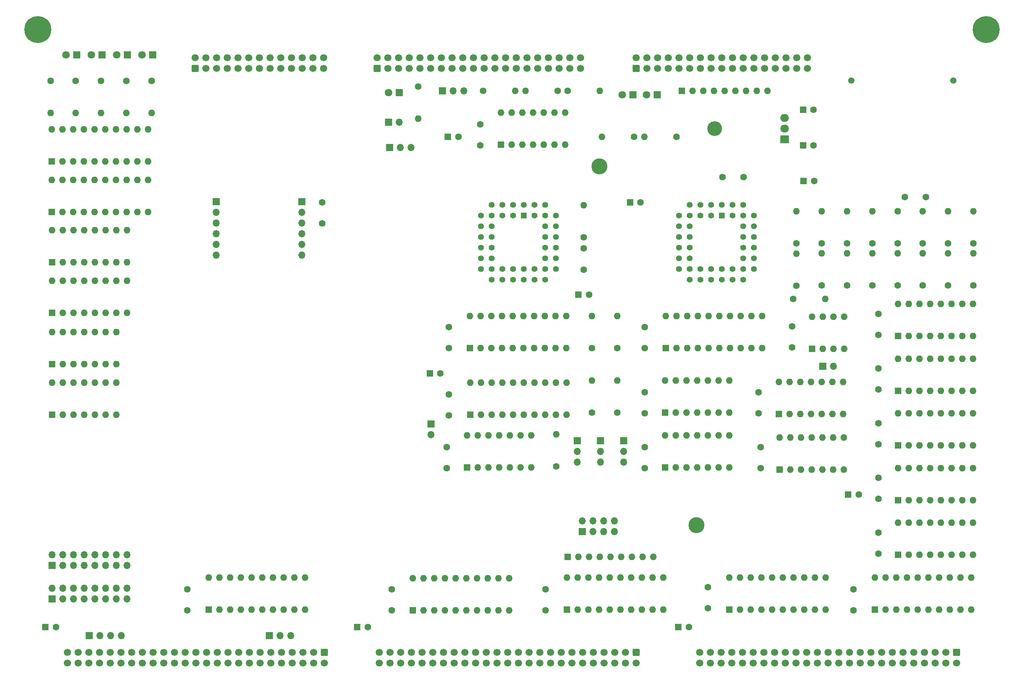
<source format=gbr>
%TF.GenerationSoftware,KiCad,Pcbnew,(6.0.11)*%
%TF.CreationDate,2023-11-10T06:37:52-05:00*%
%TF.ProjectId,input-output.Disk,696e7075-742d-46f7-9574-7075742e4469,rev?*%
%TF.SameCoordinates,Original*%
%TF.FileFunction,Soldermask,Bot*%
%TF.FilePolarity,Negative*%
%FSLAX46Y46*%
G04 Gerber Fmt 4.6, Leading zero omitted, Abs format (unit mm)*
G04 Created by KiCad (PCBNEW (6.0.11)) date 2023-11-10 06:37:52*
%MOMM*%
%LPD*%
G01*
G04 APERTURE LIST*
G04 Aperture macros list*
%AMRoundRect*
0 Rectangle with rounded corners*
0 $1 Rounding radius*
0 $2 $3 $4 $5 $6 $7 $8 $9 X,Y pos of 4 corners*
0 Add a 4 corners polygon primitive as box body*
4,1,4,$2,$3,$4,$5,$6,$7,$8,$9,$2,$3,0*
0 Add four circle primitives for the rounded corners*
1,1,$1+$1,$2,$3*
1,1,$1+$1,$4,$5*
1,1,$1+$1,$6,$7*
1,1,$1+$1,$8,$9*
0 Add four rect primitives between the rounded corners*
20,1,$1+$1,$2,$3,$4,$5,0*
20,1,$1+$1,$4,$5,$6,$7,0*
20,1,$1+$1,$6,$7,$8,$9,0*
20,1,$1+$1,$8,$9,$2,$3,0*%
G04 Aperture macros list end*
%ADD10C,6.400000*%
%ADD11RoundRect,0.250000X-0.600000X0.600000X-0.600000X-0.600000X0.600000X-0.600000X0.600000X0.600000X0*%
%ADD12C,1.700000*%
%ADD13C,1.600000*%
%ADD14R,1.600000X1.600000*%
%ADD15O,1.600000X1.600000*%
%ADD16R,1.422400X1.422400*%
%ADD17C,1.422400*%
%ADD18O,3.500000X3.500000*%
%ADD19R,2.000000X1.905000*%
%ADD20O,2.000000X1.905000*%
%ADD21R,1.800000X1.800000*%
%ADD22C,1.800000*%
%ADD23C,1.500000*%
%ADD24R,1.700000X1.700000*%
%ADD25O,1.700000X1.700000*%
%ADD26RoundRect,0.250000X0.600000X-0.600000X0.600000X0.600000X-0.600000X0.600000X-0.600000X-0.600000X0*%
%ADD27C,3.800000*%
G04 APERTURE END LIST*
D10*
%TO.C,H2*%
X265000000Y-75000000D03*
%TD*%
%TO.C,H1*%
X40000000Y-75000000D03*
%TD*%
D11*
%TO.C,P2*%
X182000000Y-223000000D03*
D12*
X182000000Y-225540000D03*
X179460000Y-223000000D03*
X179460000Y-225540000D03*
X176920000Y-223000000D03*
X176920000Y-225540000D03*
X174380000Y-223000000D03*
X174380000Y-225540000D03*
X171840000Y-223000000D03*
X171840000Y-225540000D03*
X169300000Y-223000000D03*
X169300000Y-225540000D03*
X166760000Y-223000000D03*
X166760000Y-225540000D03*
X164220000Y-223000000D03*
X164220000Y-225540000D03*
X161680000Y-223000000D03*
X161680000Y-225540000D03*
X159140000Y-223000000D03*
X159140000Y-225540000D03*
X156600000Y-223000000D03*
X156600000Y-225540000D03*
X154060000Y-223000000D03*
X154060000Y-225540000D03*
X151520000Y-223000000D03*
X151520000Y-225540000D03*
X148980000Y-223000000D03*
X148980000Y-225540000D03*
X146440000Y-223000000D03*
X146440000Y-225540000D03*
X143900000Y-223000000D03*
X143900000Y-225540000D03*
X141360000Y-223000000D03*
X141360000Y-225540000D03*
X138820000Y-223000000D03*
X138820000Y-225540000D03*
X136280000Y-223000000D03*
X136280000Y-225540000D03*
X133740000Y-223000000D03*
X133740000Y-225540000D03*
X131200000Y-223000000D03*
X131200000Y-225540000D03*
X128660000Y-223000000D03*
X128660000Y-225540000D03*
X126120000Y-223000000D03*
X126120000Y-225540000D03*
X123580000Y-223000000D03*
X123580000Y-225540000D03*
X121040000Y-223000000D03*
X121040000Y-225540000D03*
%TD*%
D11*
%TO.C,P3*%
X258000000Y-223000000D03*
D12*
X258000000Y-225540000D03*
X255460000Y-223000000D03*
X255460000Y-225540000D03*
X252920000Y-223000000D03*
X252920000Y-225540000D03*
X250380000Y-223000000D03*
X250380000Y-225540000D03*
X247840000Y-223000000D03*
X247840000Y-225540000D03*
X245300000Y-223000000D03*
X245300000Y-225540000D03*
X242760000Y-223000000D03*
X242760000Y-225540000D03*
X240220000Y-223000000D03*
X240220000Y-225540000D03*
X237680000Y-223000000D03*
X237680000Y-225540000D03*
X235140000Y-223000000D03*
X235140000Y-225540000D03*
X232600000Y-223000000D03*
X232600000Y-225540000D03*
X230060000Y-223000000D03*
X230060000Y-225540000D03*
X227520000Y-223000000D03*
X227520000Y-225540000D03*
X224980000Y-223000000D03*
X224980000Y-225540000D03*
X222440000Y-223000000D03*
X222440000Y-225540000D03*
X219900000Y-223000000D03*
X219900000Y-225540000D03*
X217360000Y-223000000D03*
X217360000Y-225540000D03*
X214820000Y-223000000D03*
X214820000Y-225540000D03*
X212280000Y-223000000D03*
X212280000Y-225540000D03*
X209740000Y-223000000D03*
X209740000Y-225540000D03*
X207200000Y-223000000D03*
X207200000Y-225540000D03*
X204660000Y-223000000D03*
X204660000Y-225540000D03*
X202120000Y-223000000D03*
X202120000Y-225540000D03*
X199580000Y-223000000D03*
X199580000Y-225540000D03*
X197040000Y-223000000D03*
X197040000Y-225540000D03*
%TD*%
D11*
%TO.C,P1*%
X108000000Y-223000000D03*
D12*
X108000000Y-225540000D03*
X105460000Y-223000000D03*
X105460000Y-225540000D03*
X102920000Y-223000000D03*
X102920000Y-225540000D03*
X100380000Y-223000000D03*
X100380000Y-225540000D03*
X97840000Y-223000000D03*
X97840000Y-225540000D03*
X95300000Y-223000000D03*
X95300000Y-225540000D03*
X92760000Y-223000000D03*
X92760000Y-225540000D03*
X90220000Y-223000000D03*
X90220000Y-225540000D03*
X87680000Y-223000000D03*
X87680000Y-225540000D03*
X85140000Y-223000000D03*
X85140000Y-225540000D03*
X82600000Y-223000000D03*
X82600000Y-225540000D03*
X80060000Y-223000000D03*
X80060000Y-225540000D03*
X77520000Y-223000000D03*
X77520000Y-225540000D03*
X74980000Y-223000000D03*
X74980000Y-225540000D03*
X72440000Y-223000000D03*
X72440000Y-225540000D03*
X69900000Y-223000000D03*
X69900000Y-225540000D03*
X67360000Y-223000000D03*
X67360000Y-225540000D03*
X64820000Y-223000000D03*
X64820000Y-225540000D03*
X62280000Y-223000000D03*
X62280000Y-225540000D03*
X59740000Y-223000000D03*
X59740000Y-225540000D03*
X57200000Y-223000000D03*
X57200000Y-225540000D03*
X54660000Y-223000000D03*
X54660000Y-225540000D03*
X52120000Y-223000000D03*
X52120000Y-225540000D03*
X49580000Y-223000000D03*
X49580000Y-225540000D03*
X47040000Y-223000000D03*
X47040000Y-225540000D03*
%TD*%
D13*
%TO.C,C16*%
X137500000Y-161690000D03*
X137500000Y-166690000D03*
%TD*%
D14*
%TO.C,RP1*%
X192825000Y-89500000D03*
D15*
X195365000Y-89500000D03*
X197905000Y-89500000D03*
X200445000Y-89500000D03*
X202985000Y-89500000D03*
X205525000Y-89500000D03*
X208065000Y-89500000D03*
X210605000Y-89500000D03*
X213145000Y-89500000D03*
%TD*%
D16*
%TO.C,U8*%
X202270000Y-119150000D03*
D17*
X199730000Y-116610000D03*
X199730000Y-119150000D03*
X197190000Y-116610000D03*
X197190000Y-119150000D03*
X194650000Y-116610000D03*
X192110000Y-119150000D03*
X194650000Y-119150000D03*
X192110000Y-121690000D03*
X194650000Y-121690000D03*
X192110000Y-124230000D03*
X194650000Y-124230000D03*
X192110000Y-126770000D03*
X194650000Y-126770000D03*
X192110000Y-129310000D03*
X194650000Y-129310000D03*
X192110000Y-131850000D03*
X194650000Y-134390000D03*
X194650000Y-131850000D03*
X197190000Y-134390000D03*
X197190000Y-131850000D03*
X199730000Y-134390000D03*
X199730000Y-131850000D03*
X202270000Y-134390000D03*
X202270000Y-131850000D03*
X204810000Y-134390000D03*
X204810000Y-131850000D03*
X207350000Y-134390000D03*
X209890000Y-131850000D03*
X207350000Y-131850000D03*
X209890000Y-129310000D03*
X207350000Y-129310000D03*
X209890000Y-126770000D03*
X207350000Y-126770000D03*
X209890000Y-124230000D03*
X207350000Y-124230000D03*
X209890000Y-121690000D03*
X207350000Y-121690000D03*
X209890000Y-119150000D03*
X207350000Y-116610000D03*
X207350000Y-119150000D03*
X204810000Y-116610000D03*
X204810000Y-119150000D03*
X202270000Y-116610000D03*
%TD*%
D14*
%TO.C,U25*%
X244125000Y-173800000D03*
D15*
X246665000Y-173800000D03*
X249205000Y-173800000D03*
X251745000Y-173800000D03*
X254285000Y-173800000D03*
X256825000Y-173800000D03*
X259365000Y-173800000D03*
X261905000Y-173800000D03*
X261905000Y-166180000D03*
X259365000Y-166180000D03*
X256825000Y-166180000D03*
X254285000Y-166180000D03*
X251745000Y-166180000D03*
X249205000Y-166180000D03*
X246665000Y-166180000D03*
X244125000Y-166180000D03*
%TD*%
D13*
%TO.C,R40*%
X226000000Y-135750000D03*
D15*
X226000000Y-128130000D03*
%TD*%
D18*
%TO.C,U20*%
X200570000Y-98500000D03*
D19*
X217230000Y-101040000D03*
D20*
X217230000Y-98500000D03*
X217230000Y-95960000D03*
%TD*%
D14*
%TO.C,J2*%
X43375000Y-130300000D03*
D15*
X45915000Y-130300000D03*
X48455000Y-130300000D03*
X50995000Y-130300000D03*
X53535000Y-130300000D03*
X56075000Y-130300000D03*
X58615000Y-130300000D03*
X61155000Y-130300000D03*
X61155000Y-122680000D03*
X58615000Y-122680000D03*
X56075000Y-122680000D03*
X53535000Y-122680000D03*
X50995000Y-122680000D03*
X48455000Y-122680000D03*
X45915000Y-122680000D03*
X43375000Y-122680000D03*
%TD*%
D13*
%TO.C,R6*%
X145690000Y-89500000D03*
D15*
X153310000Y-89500000D03*
%TD*%
D14*
%TO.C,C22*%
X115794900Y-217000000D03*
D13*
X118294900Y-217000000D03*
%TD*%
%TO.C,C10*%
X137500000Y-145690000D03*
X137500000Y-150690000D03*
%TD*%
D21*
%TO.C,D1*%
X49250000Y-80950000D03*
D22*
X46710000Y-80950000D03*
%TD*%
D23*
%TO.C,J12*%
X233050000Y-87100000D03*
X257250000Y-87100000D03*
%TD*%
D13*
%TO.C,C14*%
X160500000Y-208000000D03*
X160500000Y-213000000D03*
%TD*%
%TO.C,R44*%
X244000000Y-135750000D03*
D15*
X244000000Y-128130000D03*
%TD*%
D13*
%TO.C,R29*%
X220000000Y-135810000D03*
D15*
X220000000Y-128190000D03*
%TD*%
D21*
%TO.C,D4*%
X55250000Y-80950000D03*
D22*
X52710000Y-80950000D03*
%TD*%
D14*
%TO.C,C20*%
X192000000Y-217000000D03*
D13*
X194500000Y-217000000D03*
%TD*%
D24*
%TO.C,U31*%
X82340000Y-115900000D03*
D25*
X82340000Y-118440000D03*
X82340000Y-120980000D03*
X82340000Y-123520000D03*
X82340000Y-126060000D03*
X82340000Y-128600000D03*
D24*
X102660000Y-115880000D03*
D25*
X102660000Y-118420000D03*
X102660000Y-120960000D03*
X102660000Y-123500000D03*
X102660000Y-126040000D03*
X102660000Y-128580000D03*
%TD*%
D13*
%TO.C,C7*%
X239500000Y-168500000D03*
X239500000Y-173500000D03*
%TD*%
D14*
%TO.C,C27*%
X137294900Y-100500000D03*
D13*
X139794900Y-100500000D03*
%TD*%
D24*
%TO.C,P7*%
X179000000Y-172665000D03*
D25*
X179000000Y-175205000D03*
X179000000Y-177745000D03*
%TD*%
D14*
%TO.C,J5*%
X43375000Y-142300000D03*
D15*
X45915000Y-142300000D03*
X48455000Y-142300000D03*
X50995000Y-142300000D03*
X53535000Y-142300000D03*
X56075000Y-142300000D03*
X58615000Y-142300000D03*
X61155000Y-142300000D03*
X61155000Y-134680000D03*
X58615000Y-134680000D03*
X56075000Y-134680000D03*
X53535000Y-134680000D03*
X50995000Y-134680000D03*
X48455000Y-134680000D03*
X45915000Y-134680000D03*
X43375000Y-134680000D03*
%TD*%
D21*
%TO.C,D2*%
X125750000Y-90000000D03*
D22*
X123210000Y-90000000D03*
%TD*%
D14*
%TO.C,U16*%
X204075000Y-212800000D03*
D15*
X206615000Y-212800000D03*
X209155000Y-212800000D03*
X211695000Y-212800000D03*
X214235000Y-212800000D03*
X216775000Y-212800000D03*
X219315000Y-212800000D03*
X221855000Y-212800000D03*
X224395000Y-212800000D03*
X226935000Y-212800000D03*
X226935000Y-205180000D03*
X224395000Y-205180000D03*
X221855000Y-205180000D03*
X219315000Y-205180000D03*
X216775000Y-205180000D03*
X214235000Y-205180000D03*
X211695000Y-205180000D03*
X209155000Y-205180000D03*
X206615000Y-205180000D03*
X204075000Y-205180000D03*
%TD*%
D14*
%TO.C,U21*%
X165575000Y-212800000D03*
D15*
X168115000Y-212800000D03*
X170655000Y-212800000D03*
X173195000Y-212800000D03*
X175735000Y-212800000D03*
X178275000Y-212800000D03*
X180815000Y-212800000D03*
X183355000Y-212800000D03*
X185895000Y-212800000D03*
X188435000Y-212800000D03*
X188435000Y-205180000D03*
X185895000Y-205180000D03*
X183355000Y-205180000D03*
X180815000Y-205180000D03*
X178275000Y-205180000D03*
X175735000Y-205180000D03*
X173195000Y-205180000D03*
X170655000Y-205180000D03*
X168115000Y-205180000D03*
X165575000Y-205180000D03*
%TD*%
D13*
%TO.C,R47*%
X163000000Y-178810000D03*
D15*
X163000000Y-171190000D03*
%TD*%
D13*
%TO.C,C18*%
X239500000Y-194500000D03*
X239500000Y-199500000D03*
%TD*%
%TO.C,R45*%
X232000000Y-135750000D03*
D15*
X232000000Y-128130000D03*
%TD*%
D13*
%TO.C,C9*%
X211500000Y-174190000D03*
X211500000Y-179190000D03*
%TD*%
%TO.C,C15*%
X145000000Y-97500000D03*
X145000000Y-102500000D03*
%TD*%
D21*
%TO.C,D5*%
X61250000Y-80950000D03*
D22*
X58710000Y-80950000D03*
%TD*%
D13*
%TO.C,R9*%
X130250000Y-88500000D03*
D15*
X130250000Y-96120000D03*
%TD*%
D24*
%TO.C,J9*%
X94975000Y-219000000D03*
D25*
X97515000Y-219000000D03*
X100055000Y-219000000D03*
%TD*%
D26*
%TO.C,P6*%
X120500000Y-84197500D03*
D12*
X120500000Y-81657500D03*
X123040000Y-84197500D03*
X123040000Y-81657500D03*
X125580000Y-84197500D03*
X125580000Y-81657500D03*
X128120000Y-84197500D03*
X128120000Y-81657500D03*
X130660000Y-84197500D03*
X130660000Y-81657500D03*
X133200000Y-84197500D03*
X133200000Y-81657500D03*
X135740000Y-84197500D03*
X135740000Y-81657500D03*
X138280000Y-84197500D03*
X138280000Y-81657500D03*
X140820000Y-84197500D03*
X140820000Y-81657500D03*
X143360000Y-84197500D03*
X143360000Y-81657500D03*
X145900000Y-84197500D03*
X145900000Y-81657500D03*
X148440000Y-84197500D03*
X148440000Y-81657500D03*
X150980000Y-84197500D03*
X150980000Y-81657500D03*
X153520000Y-84197500D03*
X153520000Y-81657500D03*
X156060000Y-84197500D03*
X156060000Y-81657500D03*
X158600000Y-84197500D03*
X158600000Y-81657500D03*
X161140000Y-84197500D03*
X161140000Y-81657500D03*
X163680000Y-84197500D03*
X163680000Y-81657500D03*
X166220000Y-84197500D03*
X166220000Y-81657500D03*
X168760000Y-84197500D03*
X168760000Y-81657500D03*
%TD*%
D13*
%TO.C,R1*%
X43000000Y-87190000D03*
D15*
X43000000Y-94810000D03*
%TD*%
D24*
%TO.C,K2*%
X135975000Y-89500000D03*
D25*
X138515000Y-89500000D03*
X141055000Y-89500000D03*
%TD*%
D13*
%TO.C,R11*%
X177500000Y-165990000D03*
D15*
X177500000Y-158370000D03*
%TD*%
D13*
%TO.C,R10*%
X171500000Y-150690000D03*
D15*
X171500000Y-143070000D03*
%TD*%
D13*
%TO.C,R38*%
X226000000Y-125750000D03*
D15*
X226000000Y-118130000D03*
%TD*%
D14*
%TO.C,U14*%
X238575000Y-212800000D03*
D15*
X241115000Y-212800000D03*
X243655000Y-212800000D03*
X246195000Y-212800000D03*
X248735000Y-212800000D03*
X251275000Y-212800000D03*
X253815000Y-212800000D03*
X256355000Y-212800000D03*
X258895000Y-212800000D03*
X261435000Y-212800000D03*
X261435000Y-205180000D03*
X258895000Y-205180000D03*
X256355000Y-205180000D03*
X253815000Y-205180000D03*
X251275000Y-205180000D03*
X248735000Y-205180000D03*
X246195000Y-205180000D03*
X243655000Y-205180000D03*
X241115000Y-205180000D03*
X238575000Y-205180000D03*
%TD*%
D13*
%TO.C,R15*%
X49000000Y-87190000D03*
D15*
X49000000Y-94810000D03*
%TD*%
D24*
%TO.C,J13*%
X43350000Y-202275000D03*
D25*
X43350000Y-199735000D03*
X45890000Y-202275000D03*
X45890000Y-199735000D03*
X48430000Y-202275000D03*
X48430000Y-199735000D03*
X50970000Y-202275000D03*
X50970000Y-199735000D03*
X53510000Y-202275000D03*
X53510000Y-199735000D03*
X56050000Y-202275000D03*
X56050000Y-199735000D03*
X58590000Y-202275000D03*
X58590000Y-199735000D03*
X61130000Y-202275000D03*
X61130000Y-199735000D03*
%TD*%
D14*
%TO.C,C23*%
X232294900Y-185500000D03*
D13*
X234794900Y-185500000D03*
%TD*%
%TO.C,R36*%
X250000000Y-135750000D03*
D15*
X250000000Y-128130000D03*
%TD*%
D27*
%TO.C,H4*%
X196250000Y-192750000D03*
%TD*%
D14*
%TO.C,U5*%
X149875000Y-102300000D03*
D15*
X152415000Y-102300000D03*
X154955000Y-102300000D03*
X157495000Y-102300000D03*
X160035000Y-102300000D03*
X162575000Y-102300000D03*
X165115000Y-102300000D03*
X165115000Y-94680000D03*
X162575000Y-94680000D03*
X160035000Y-94680000D03*
X157495000Y-94680000D03*
X154955000Y-94680000D03*
X152415000Y-94680000D03*
X149875000Y-94680000D03*
%TD*%
D14*
%TO.C,C21*%
X41794900Y-217000000D03*
D13*
X44294900Y-217000000D03*
%TD*%
%TO.C,C12*%
X124000000Y-208000000D03*
X124000000Y-213000000D03*
%TD*%
D14*
%TO.C,U10*%
X189000000Y-150690000D03*
D15*
X191540000Y-150690000D03*
X194080000Y-150690000D03*
X196620000Y-150690000D03*
X199160000Y-150690000D03*
X201700000Y-150690000D03*
X204240000Y-150690000D03*
X206780000Y-150690000D03*
X209320000Y-150690000D03*
X211860000Y-150690000D03*
X211860000Y-143070000D03*
X209320000Y-143070000D03*
X206780000Y-143070000D03*
X204240000Y-143070000D03*
X201700000Y-143070000D03*
X199160000Y-143070000D03*
X196620000Y-143070000D03*
X194080000Y-143070000D03*
X191540000Y-143070000D03*
X189000000Y-143070000D03*
%TD*%
D26*
%TO.C,P5*%
X77285000Y-84197500D03*
D12*
X77285000Y-81657500D03*
X79825000Y-84197500D03*
X79825000Y-81657500D03*
X82365000Y-84197500D03*
X82365000Y-81657500D03*
X84905000Y-84197500D03*
X84905000Y-81657500D03*
X87445000Y-84197500D03*
X87445000Y-81657500D03*
X89985000Y-84197500D03*
X89985000Y-81657500D03*
X92525000Y-84197500D03*
X92525000Y-81657500D03*
X95065000Y-84197500D03*
X95065000Y-81657500D03*
X97605000Y-84197500D03*
X97605000Y-81657500D03*
X100145000Y-84197500D03*
X100145000Y-81657500D03*
X102685000Y-84197500D03*
X102685000Y-81657500D03*
X105225000Y-84197500D03*
X105225000Y-81657500D03*
X107765000Y-84197500D03*
X107765000Y-81657500D03*
%TD*%
D13*
%TO.C,R32*%
X262000000Y-135750000D03*
D15*
X262000000Y-128130000D03*
%TD*%
D13*
%TO.C,R7*%
X163310000Y-89500000D03*
D15*
X155690000Y-89500000D03*
%TD*%
D13*
%TO.C,C19*%
X169500000Y-132000000D03*
X169500000Y-127000000D03*
%TD*%
D24*
%TO.C,P8*%
X168000000Y-172665000D03*
D25*
X168000000Y-175205000D03*
X168000000Y-177745000D03*
%TD*%
D13*
%TO.C,R16*%
X55000000Y-87190000D03*
D15*
X55000000Y-94810000D03*
%TD*%
D13*
%TO.C,R34*%
X256000000Y-135750000D03*
D15*
X256000000Y-128130000D03*
%TD*%
D14*
%TO.C,C24*%
X133000000Y-156690000D03*
D13*
X135500000Y-156690000D03*
%TD*%
D14*
%TO.C,J3*%
X43325000Y-118300000D03*
D15*
X45865000Y-118300000D03*
X48405000Y-118300000D03*
X50945000Y-118300000D03*
X53485000Y-118300000D03*
X56025000Y-118300000D03*
X58565000Y-118300000D03*
X61105000Y-118300000D03*
X63645000Y-118300000D03*
X66185000Y-118300000D03*
X66185000Y-110680000D03*
X63645000Y-110680000D03*
X61105000Y-110680000D03*
X58565000Y-110680000D03*
X56025000Y-110680000D03*
X53485000Y-110680000D03*
X50945000Y-110680000D03*
X48405000Y-110680000D03*
X45865000Y-110680000D03*
X43325000Y-110680000D03*
%TD*%
D24*
%TO.C,P4*%
X52200000Y-219000000D03*
D25*
X54740000Y-219000000D03*
X57280000Y-219000000D03*
X59820000Y-219000000D03*
%TD*%
D13*
%TO.C,C30*%
X239500000Y-142500000D03*
X239500000Y-147500000D03*
%TD*%
D24*
%TO.C,P9*%
X173500000Y-172665000D03*
D25*
X173500000Y-175205000D03*
X173500000Y-177745000D03*
%TD*%
D13*
%TO.C,R42*%
X262000000Y-125750000D03*
D15*
X262000000Y-118130000D03*
%TD*%
D26*
%TO.C,P10*%
X182000000Y-84197500D03*
D12*
X182000000Y-81657500D03*
X184540000Y-84197500D03*
X184540000Y-81657500D03*
X187080000Y-84197500D03*
X187080000Y-81657500D03*
X189620000Y-84197500D03*
X189620000Y-81657500D03*
X192160000Y-84197500D03*
X192160000Y-81657500D03*
X194700000Y-84197500D03*
X194700000Y-81657500D03*
X197240000Y-84197500D03*
X197240000Y-81657500D03*
X199780000Y-84197500D03*
X199780000Y-81657500D03*
X202320000Y-84197500D03*
X202320000Y-81657500D03*
X204860000Y-84197500D03*
X204860000Y-81657500D03*
X207400000Y-84197500D03*
X207400000Y-81657500D03*
X209940000Y-84197500D03*
X209940000Y-81657500D03*
X212480000Y-84197500D03*
X212480000Y-81657500D03*
X215020000Y-84197500D03*
X215020000Y-81657500D03*
X217560000Y-84197500D03*
X217560000Y-81657500D03*
X220100000Y-84197500D03*
X220100000Y-81657500D03*
X222640000Y-84197500D03*
X222640000Y-81657500D03*
%TD*%
D24*
%TO.C,SW1*%
X169200000Y-194275000D03*
D25*
X169200000Y-191735000D03*
X171740000Y-194275000D03*
X171740000Y-191735000D03*
X174280000Y-194275000D03*
X174280000Y-191735000D03*
X176820000Y-194275000D03*
X176820000Y-191735000D03*
%TD*%
D14*
%TO.C,J1*%
X43340000Y-154500000D03*
D15*
X45880000Y-154500000D03*
X48420000Y-154500000D03*
X50960000Y-154500000D03*
X53500000Y-154500000D03*
X56040000Y-154500000D03*
X58580000Y-154500000D03*
X58580000Y-146880000D03*
X56040000Y-146880000D03*
X53500000Y-146880000D03*
X50960000Y-146880000D03*
X48420000Y-146880000D03*
X45880000Y-146880000D03*
X43340000Y-146880000D03*
%TD*%
D21*
%TO.C,D3*%
X67250000Y-80950000D03*
D22*
X64710000Y-80950000D03*
%TD*%
D13*
%TO.C,R5*%
X169500000Y-124310000D03*
D15*
X169500000Y-116690000D03*
%TD*%
D13*
%TO.C,R30*%
X191560000Y-100500000D03*
D15*
X183940000Y-100500000D03*
%TD*%
D14*
%TO.C,C25*%
X168294900Y-138000000D03*
D13*
X170794900Y-138000000D03*
%TD*%
D14*
%TO.C,U29*%
X244125000Y-147800000D03*
D15*
X246665000Y-147800000D03*
X249205000Y-147800000D03*
X251745000Y-147800000D03*
X254285000Y-147800000D03*
X256825000Y-147800000D03*
X259365000Y-147800000D03*
X261905000Y-147800000D03*
X261905000Y-140180000D03*
X259365000Y-140180000D03*
X256825000Y-140180000D03*
X254285000Y-140180000D03*
X251745000Y-140180000D03*
X249205000Y-140180000D03*
X246665000Y-140180000D03*
X244125000Y-140180000D03*
%TD*%
D13*
%TO.C,C13*%
X202500000Y-110000000D03*
X207500000Y-110000000D03*
%TD*%
D14*
%TO.C,C29*%
X221584700Y-102500000D03*
D13*
X224084700Y-102500000D03*
%TD*%
D14*
%TO.C,J6*%
X43325000Y-106300000D03*
D15*
X45865000Y-106300000D03*
X48405000Y-106300000D03*
X50945000Y-106300000D03*
X53485000Y-106300000D03*
X56025000Y-106300000D03*
X58565000Y-106300000D03*
X61105000Y-106300000D03*
X63645000Y-106300000D03*
X66185000Y-106300000D03*
X66185000Y-98680000D03*
X63645000Y-98680000D03*
X61105000Y-98680000D03*
X58565000Y-98680000D03*
X56025000Y-98680000D03*
X53485000Y-98680000D03*
X50945000Y-98680000D03*
X48405000Y-98680000D03*
X45865000Y-98680000D03*
X43325000Y-98680000D03*
%TD*%
D14*
%TO.C,U23*%
X216000000Y-179500000D03*
D15*
X218540000Y-179500000D03*
X221080000Y-179500000D03*
X223620000Y-179500000D03*
X226160000Y-179500000D03*
X228700000Y-179500000D03*
X231240000Y-179500000D03*
X231240000Y-171880000D03*
X228700000Y-171880000D03*
X226160000Y-171880000D03*
X223620000Y-171880000D03*
X221080000Y-171880000D03*
X218540000Y-171880000D03*
X216000000Y-171880000D03*
%TD*%
D13*
%TO.C,R43*%
X244000000Y-125750000D03*
D15*
X244000000Y-118130000D03*
%TD*%
D13*
%TO.C,R48*%
X219190000Y-139000000D03*
D15*
X226810000Y-139000000D03*
%TD*%
D13*
%TO.C,C3*%
X211000000Y-161190000D03*
X211000000Y-166190000D03*
%TD*%
%TO.C,C35*%
X219000000Y-145500000D03*
X219000000Y-150500000D03*
%TD*%
D14*
%TO.C,J4*%
X43340000Y-166500000D03*
D15*
X45880000Y-166500000D03*
X48420000Y-166500000D03*
X50960000Y-166500000D03*
X53500000Y-166500000D03*
X56040000Y-166500000D03*
X58580000Y-166500000D03*
X58580000Y-158880000D03*
X56040000Y-158880000D03*
X53500000Y-158880000D03*
X50960000Y-158880000D03*
X48420000Y-158880000D03*
X45880000Y-158880000D03*
X43340000Y-158880000D03*
%TD*%
D13*
%TO.C,C17*%
X75500000Y-208000000D03*
X75500000Y-213000000D03*
%TD*%
%TO.C,R8*%
X67000000Y-87190000D03*
D15*
X67000000Y-94810000D03*
%TD*%
D13*
%TO.C,C28*%
X199000000Y-207500000D03*
X199000000Y-212500000D03*
%TD*%
D14*
%TO.C,C26*%
X180500000Y-116000000D03*
D13*
X183000000Y-116000000D03*
%TD*%
D14*
%TO.C,U13*%
X129000000Y-213000000D03*
D15*
X131540000Y-213000000D03*
X134080000Y-213000000D03*
X136620000Y-213000000D03*
X139160000Y-213000000D03*
X141700000Y-213000000D03*
X144240000Y-213000000D03*
X146780000Y-213000000D03*
X149320000Y-213000000D03*
X151860000Y-213000000D03*
X151860000Y-205380000D03*
X149320000Y-205380000D03*
X146780000Y-205380000D03*
X144240000Y-205380000D03*
X141700000Y-205380000D03*
X139160000Y-205380000D03*
X136620000Y-205380000D03*
X134080000Y-205380000D03*
X131540000Y-205380000D03*
X129000000Y-205380000D03*
%TD*%
D14*
%TO.C,U9*%
X188875000Y-178990000D03*
D15*
X191415000Y-178990000D03*
X193955000Y-178990000D03*
X196495000Y-178990000D03*
X199035000Y-178990000D03*
X201575000Y-178990000D03*
X204115000Y-178990000D03*
X204115000Y-171370000D03*
X201575000Y-171370000D03*
X199035000Y-171370000D03*
X196495000Y-171370000D03*
X193955000Y-171370000D03*
X191415000Y-171370000D03*
X188875000Y-171370000D03*
%TD*%
D14*
%TO.C,U30*%
X223700000Y-150800000D03*
D15*
X226240000Y-150800000D03*
X228780000Y-150800000D03*
X231320000Y-150800000D03*
X231320000Y-143180000D03*
X228780000Y-143180000D03*
X226240000Y-143180000D03*
X223700000Y-143180000D03*
%TD*%
D16*
%TO.C,U6*%
X155270000Y-119150000D03*
D17*
X152730000Y-116610000D03*
X152730000Y-119150000D03*
X150190000Y-116610000D03*
X150190000Y-119150000D03*
X147650000Y-116610000D03*
X145110000Y-119150000D03*
X147650000Y-119150000D03*
X145110000Y-121690000D03*
X147650000Y-121690000D03*
X145110000Y-124230000D03*
X147650000Y-124230000D03*
X145110000Y-126770000D03*
X147650000Y-126770000D03*
X145110000Y-129310000D03*
X147650000Y-129310000D03*
X145110000Y-131850000D03*
X147650000Y-134390000D03*
X147650000Y-131850000D03*
X150190000Y-134390000D03*
X150190000Y-131850000D03*
X152730000Y-134390000D03*
X152730000Y-131850000D03*
X155270000Y-134390000D03*
X155270000Y-131850000D03*
X157810000Y-134390000D03*
X157810000Y-131850000D03*
X160350000Y-134390000D03*
X162890000Y-131850000D03*
X160350000Y-131850000D03*
X162890000Y-129310000D03*
X160350000Y-129310000D03*
X162890000Y-126770000D03*
X160350000Y-126770000D03*
X162890000Y-124230000D03*
X160350000Y-124230000D03*
X162890000Y-121690000D03*
X160350000Y-121690000D03*
X162890000Y-119150000D03*
X160350000Y-116610000D03*
X160350000Y-119150000D03*
X157810000Y-116610000D03*
X157810000Y-119150000D03*
X155270000Y-116610000D03*
%TD*%
D14*
%TO.C,U7*%
X188875000Y-165990000D03*
D15*
X191415000Y-165990000D03*
X193955000Y-165990000D03*
X196495000Y-165990000D03*
X199035000Y-165990000D03*
X201575000Y-165990000D03*
X204115000Y-165990000D03*
X204115000Y-158370000D03*
X201575000Y-158370000D03*
X199035000Y-158370000D03*
X196495000Y-158370000D03*
X193955000Y-158370000D03*
X191415000Y-158370000D03*
X188875000Y-158370000D03*
%TD*%
D13*
%TO.C,C1*%
X239500000Y-181500000D03*
X239500000Y-186500000D03*
%TD*%
D24*
%TO.C,K1*%
X123475000Y-103000000D03*
D25*
X126015000Y-103000000D03*
X128555000Y-103000000D03*
%TD*%
D13*
%TO.C,R35*%
X250000000Y-125750000D03*
D15*
X250000000Y-118130000D03*
%TD*%
D13*
%TO.C,R4*%
X165690000Y-89500000D03*
D15*
X173310000Y-89500000D03*
%TD*%
D13*
%TO.C,C4*%
X239500000Y-155500000D03*
X239500000Y-160500000D03*
%TD*%
%TO.C,R46*%
X232000000Y-125750000D03*
D15*
X232000000Y-118130000D03*
%TD*%
D14*
%TO.C,U28*%
X244125000Y-160800000D03*
D15*
X246665000Y-160800000D03*
X249205000Y-160800000D03*
X251745000Y-160800000D03*
X254285000Y-160800000D03*
X256825000Y-160800000D03*
X259365000Y-160800000D03*
X261905000Y-160800000D03*
X261905000Y-153180000D03*
X259365000Y-153180000D03*
X256825000Y-153180000D03*
X254285000Y-153180000D03*
X251745000Y-153180000D03*
X249205000Y-153180000D03*
X246665000Y-153180000D03*
X244125000Y-153180000D03*
%TD*%
D13*
%TO.C,C2*%
X184000000Y-145690000D03*
X184000000Y-150690000D03*
%TD*%
D14*
%TO.C,U11*%
X142500000Y-150690000D03*
D15*
X145040000Y-150690000D03*
X147580000Y-150690000D03*
X150120000Y-150690000D03*
X152660000Y-150690000D03*
X155200000Y-150690000D03*
X157740000Y-150690000D03*
X160280000Y-150690000D03*
X162820000Y-150690000D03*
X165360000Y-150690000D03*
X165360000Y-143070000D03*
X162820000Y-143070000D03*
X160280000Y-143070000D03*
X157740000Y-143070000D03*
X155200000Y-143070000D03*
X152660000Y-143070000D03*
X150120000Y-143070000D03*
X147580000Y-143070000D03*
X145040000Y-143070000D03*
X142500000Y-143070000D03*
%TD*%
D14*
%TO.C,U15*%
X80575000Y-212800000D03*
D15*
X83115000Y-212800000D03*
X85655000Y-212800000D03*
X88195000Y-212800000D03*
X90735000Y-212800000D03*
X93275000Y-212800000D03*
X95815000Y-212800000D03*
X98355000Y-212800000D03*
X100895000Y-212800000D03*
X103435000Y-212800000D03*
X103435000Y-205180000D03*
X100895000Y-205180000D03*
X98355000Y-205180000D03*
X95815000Y-205180000D03*
X93275000Y-205180000D03*
X90735000Y-205180000D03*
X88195000Y-205180000D03*
X85655000Y-205180000D03*
X83115000Y-205180000D03*
X80575000Y-205180000D03*
%TD*%
D13*
%TO.C,C5*%
X233500000Y-208000000D03*
X233500000Y-213000000D03*
%TD*%
D24*
%TO.C,JP1*%
X123225000Y-97000000D03*
D25*
X125765000Y-97000000D03*
%TD*%
D14*
%TO.C,U26*%
X215875000Y-166300000D03*
D15*
X218415000Y-166300000D03*
X220955000Y-166300000D03*
X223495000Y-166300000D03*
X226035000Y-166300000D03*
X228575000Y-166300000D03*
X231115000Y-166300000D03*
X231115000Y-158680000D03*
X228575000Y-158680000D03*
X226035000Y-158680000D03*
X223495000Y-158680000D03*
X220955000Y-158680000D03*
X218415000Y-158680000D03*
X215875000Y-158680000D03*
%TD*%
D13*
%TO.C,R37*%
X238000000Y-125750000D03*
D15*
X238000000Y-118130000D03*
%TD*%
D13*
%TO.C,R31*%
X181500000Y-100500000D03*
D15*
X173880000Y-100500000D03*
%TD*%
D13*
%TO.C,R41*%
X220000000Y-125750000D03*
D15*
X220000000Y-118130000D03*
%TD*%
D14*
%TO.C,C33*%
X221714400Y-111000000D03*
D13*
X224214400Y-111000000D03*
%TD*%
%TO.C,R14*%
X61000000Y-87190000D03*
D15*
X61000000Y-94810000D03*
%TD*%
D14*
%TO.C,U27*%
X244125000Y-186800000D03*
D15*
X246665000Y-186800000D03*
X249205000Y-186800000D03*
X251745000Y-186800000D03*
X254285000Y-186800000D03*
X256825000Y-186800000D03*
X259365000Y-186800000D03*
X261905000Y-186800000D03*
X261905000Y-179180000D03*
X259365000Y-179180000D03*
X256825000Y-179180000D03*
X254285000Y-179180000D03*
X251745000Y-179180000D03*
X249205000Y-179180000D03*
X246665000Y-179180000D03*
X244125000Y-179180000D03*
%TD*%
D14*
%TO.C,U24*%
X244125000Y-199800000D03*
D15*
X246665000Y-199800000D03*
X249205000Y-199800000D03*
X251745000Y-199800000D03*
X254285000Y-199800000D03*
X256825000Y-199800000D03*
X259365000Y-199800000D03*
X261905000Y-199800000D03*
X261905000Y-192180000D03*
X259365000Y-192180000D03*
X256825000Y-192180000D03*
X254285000Y-192180000D03*
X251745000Y-192180000D03*
X249205000Y-192180000D03*
X246665000Y-192180000D03*
X244125000Y-192180000D03*
%TD*%
D21*
%TO.C,D7*%
X181250000Y-90442400D03*
D22*
X178710000Y-90442400D03*
%TD*%
D13*
%TO.C,R12*%
X177500000Y-150690000D03*
D15*
X177500000Y-143070000D03*
%TD*%
D13*
%TO.C,C6*%
X137000000Y-174190000D03*
X137000000Y-179190000D03*
%TD*%
D14*
%TO.C,RN1*%
X165750000Y-200305000D03*
D15*
X168290000Y-200305000D03*
X170830000Y-200305000D03*
X173370000Y-200305000D03*
X175910000Y-200305000D03*
X178450000Y-200305000D03*
X180990000Y-200305000D03*
X183530000Y-200305000D03*
X186070000Y-200305000D03*
%TD*%
D24*
%TO.C,J7*%
X43350000Y-210275000D03*
D25*
X43350000Y-207735000D03*
X45890000Y-210275000D03*
X45890000Y-207735000D03*
X48430000Y-210275000D03*
X48430000Y-207735000D03*
X50970000Y-210275000D03*
X50970000Y-207735000D03*
X53510000Y-210275000D03*
X53510000Y-207735000D03*
X56050000Y-210275000D03*
X56050000Y-207735000D03*
X58590000Y-210275000D03*
X58590000Y-207735000D03*
X61130000Y-210275000D03*
X61130000Y-207735000D03*
%TD*%
D14*
%TO.C,C31*%
X221584700Y-94000000D03*
D13*
X224084700Y-94000000D03*
%TD*%
%TO.C,R33*%
X256000000Y-125750000D03*
D15*
X256000000Y-118130000D03*
%TD*%
D14*
%TO.C,U3*%
X141875000Y-178990000D03*
D15*
X144415000Y-178990000D03*
X146955000Y-178990000D03*
X149495000Y-178990000D03*
X152035000Y-178990000D03*
X154575000Y-178990000D03*
X157115000Y-178990000D03*
X157115000Y-171370000D03*
X154575000Y-171370000D03*
X152035000Y-171370000D03*
X149495000Y-171370000D03*
X146955000Y-171370000D03*
X144415000Y-171370000D03*
X141875000Y-171370000D03*
%TD*%
D13*
%TO.C,C8*%
X184000000Y-161190000D03*
X184000000Y-166190000D03*
%TD*%
D24*
%TO.C,JP3*%
X226225000Y-155000000D03*
D25*
X228765000Y-155000000D03*
%TD*%
D13*
%TO.C,C32*%
X107500000Y-121000000D03*
X107500000Y-116000000D03*
%TD*%
%TO.C,R13*%
X171500000Y-165990000D03*
D15*
X171500000Y-158370000D03*
%TD*%
D13*
%TO.C,R39*%
X238000000Y-135750000D03*
D15*
X238000000Y-128130000D03*
%TD*%
D27*
%TO.C,H3*%
X173250000Y-107500000D03*
%TD*%
D14*
%TO.C,U12*%
X142575000Y-166490000D03*
D15*
X145115000Y-166490000D03*
X147655000Y-166490000D03*
X150195000Y-166490000D03*
X152735000Y-166490000D03*
X155275000Y-166490000D03*
X157815000Y-166490000D03*
X160355000Y-166490000D03*
X162895000Y-166490000D03*
X165435000Y-166490000D03*
X165435000Y-158870000D03*
X162895000Y-158870000D03*
X160355000Y-158870000D03*
X157815000Y-158870000D03*
X155275000Y-158870000D03*
X152735000Y-158870000D03*
X150195000Y-158870000D03*
X147655000Y-158870000D03*
X145115000Y-158870000D03*
X142575000Y-158870000D03*
%TD*%
D21*
%TO.C,D6*%
X187000000Y-90442400D03*
D22*
X184460000Y-90442400D03*
%TD*%
D13*
%TO.C,C34*%
X245750000Y-114750000D03*
X250750000Y-114750000D03*
%TD*%
D24*
%TO.C,JP2*%
X133250000Y-168665000D03*
D25*
X133250000Y-171205000D03*
%TD*%
D13*
%TO.C,C11*%
X184000000Y-174190000D03*
X184000000Y-179190000D03*
%TD*%
M02*

</source>
